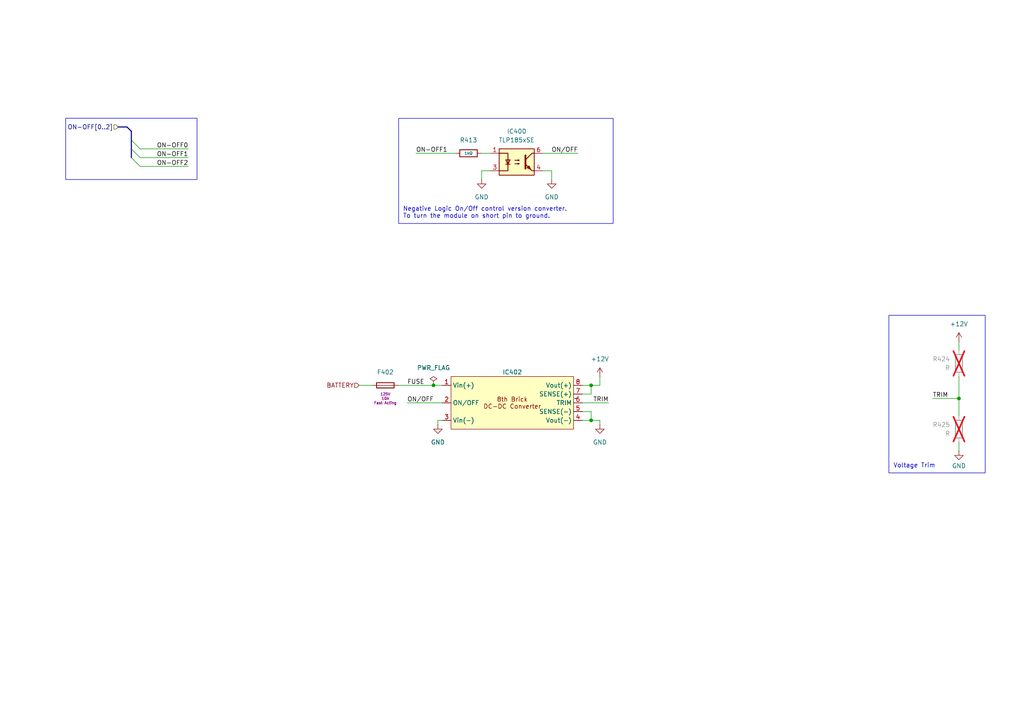
<source format=kicad_sch>
(kicad_sch (version 20250114) (generator "eeschema") (generator_version "9.0")
  (paper "A4")
  (lib_symbols
    (symbol "Brick_Converters:8th_Brick"
      (property "Reference" "IC" (at -17.78 8.89 0))
      (symbol "8th_Brick_0_0"
        (pin power_in line (at -20.32 5.08 0) (length 2.54) (name "Vin(+)") (number "1"))
        (pin input line (at -20.32 0 0) (length 2.54) (name "ON/OFF") (number "2"))
        (pin power_in line (at -20.32 -5.08 0) (length 2.54) (name "Vin(-)") (number "3"))
        (pin power_in line (at 20.32 5.08 180) (length 2.54) (name "Vout(+)") (number "8"))
        (pin input line (at 20.32 2.54 180) (length 2.54) (name "SENSE(+)") (number "7"))
        (pin input line (at 20.32 -2.54 180) (length 2.54) (name "SENSE(-)") (number "5"))
        (pin power_in line (at 20.32 -5.08 180) (length 2.54) (name "Vout(-)") (number "4"))
      )
      (symbol "8th_Brick_1_0"
        (pin input line (at 20.32 0 180) (length 2.54) (name "TRIM") (number "6"))
      )
      (symbol "8th_Brick_1_1"
        (rectangle (start -17.78 7.62) (end 17.78 -7.62) (fill (type background)))
        (text "8th Brick\nDC-DC Converter" (at 0 0 0) (effects (font (size 1.27 1.27))))
      )
    )
    (symbol "Device:R" (pin_numbers (hide yes)) (pin_names (offset 0))
      (property "Reference" "R" (at 2.032 0 90))
      (property "Value" "R" (at 0 0 90))
      (symbol "R_0_1"
        (rectangle (start -1.016 -2.54) (end 1.016 2.54) (stroke (width 0.254)))
      )
      (symbol "R_1_1"
        (pin passive line (at 0 3.81 270) (length 1.27) (name "~") (number "1"))
        (pin passive line (at 0 -3.81 90) (length 1.27) (name "~") (number "2"))
      )
    )
    (symbol "FuseCustom:JFC2410FS-2100FS"
      (property "Reference" "F" (at -2.54 0 90))
      (property "Current Trigger" "10A" (at 3.81 0 90))
      (property "Voltage Rating" "125V" (at 2.54 0 90))
      (property "Time Sensitivity" "Fast Acting" (at 5.08 0 90))
      (symbol "JFC2410FS-2100FS_0_1"
        (rectangle (start -0.762 2.54) (end 0.762 -2.54) (stroke (width 0.254)))
        (polyline (pts (xy 0 2.54) (xy 0 -2.54)))
      )
      (symbol "JFC2410FS-2100FS_1_1"
        (pin passive line (at 0 3.81 270) (length 1.27) (name "~") (number "1"))
        (pin passive line (at 0 -3.81 90) (length 1.27) (name "~") (number "2"))
      )
    )
    (symbol "Isolator:TLP185xSE"
      (property "Reference" "U" (at -5.08 5.08 0))
      (property "Value" "TLP185xSE" (at -5.08 -5.08 0))
      (symbol "TLP185xSE_0_1"
        (rectangle (start -5.08 3.81) (end 5.08 -3.81) (stroke (width 0.254)) (fill (type background)))
        (polyline (pts (xy -5.08 -2.54) (xy -2.54 -2.54) (xy -2.54 2.54) (xy -5.08 2.54)) (stroke (width 0.254)))
        (polyline (pts (xy -3.175 -0.635) (xy -1.905 -0.635)) (stroke (width 0.254)))
        (polyline (pts (xy -2.54 -0.635) (xy -3.175 0.635) (xy -1.905 0.635) (xy -2.54 -0.635)) (stroke (width 0.254)))
        (polyline (pts (xy -0.508 0.508) (xy 0.762 0.508) (xy 0.381 0.381) (xy 0.381 0.635) (xy 0.762 0.508)) (stroke (width 0.254)))
        (polyline (pts (xy -0.508 -0.508) (xy 0.762 -0.508) (xy 0.381 -0.635) (xy 0.381 -0.381) (xy 0.762 -0.508)) (stroke (width 0.254)))
        (polyline (pts (xy 2.54 1.905) (xy 2.54 -1.905)) (stroke (width 0.508)))
        (polyline (pts (xy 3.048 -1.651) (xy 3.556 -1.143) (xy 4.064 -2.159) (xy 3.048 -1.651)) (stroke (width 0.254)) (fill (type outline)))
        (polyline (pts (xy 5.08 2.54) (xy 4.445 2.54) (xy 2.54 0.635)) (stroke (width 0.254)))
        (polyline (pts (xy 5.08 -2.54) (xy 4.445 -2.54) (xy 2.54 -0.635)) (stroke (width 0.254)))
      )
      (symbol "TLP185xSE_1_1"
        (pin passive line (at -7.62 2.54 0) (length 2.54) (name "~") (number "1"))
        (pin passive line (at -7.62 -2.54 0) (length 2.54) (name "~") (number "3"))
        (pin passive line (at 7.62 2.54 180) (length 2.54) (name "~") (number "6"))
        (pin passive line (at 7.62 -2.54 180) (length 2.54) (name "~") (number "4"))
      )
    )
    (symbol "PCM_JLCPCB-Resistors:0402,1kΩ" (pin_numbers (hide yes)) (pin_names (offset 0))
      (property "Reference" "R" (at 1.778 0 0))
      (property "Value" "1kΩ" (at 0 0 90))
      (symbol "0402,1kΩ_0_1"
        (rectangle (start -1.016 2.54) (end 1.016 -2.54) (stroke (width 0.254)))
      )
      (symbol "0402,1kΩ_1_1"
        (pin passive line (at 0 3.81 270) (length 1.27) (name "~") (number "1"))
        (pin passive line (at 0 -3.81 90) (length 1.27) (name "~") (number "2"))
      )
    )
    (symbol "power:+12V" (power) (pin_numbers (hide yes)) (pin_names (offset 0) (hide yes))
      (property "Value" "+12V" (at 0 3.556 0))
      (symbol "+12V_0_1"
        (polyline (pts (xy -0.762 1.27) (xy 0 2.54)))
        (polyline (pts (xy 0 2.54) (xy 0.762 1.27)))
        (polyline (pts (xy 0 0) (xy 0 2.54)))
      )
      (symbol "+12V_1_1"
        (pin power_in line (at 0 0 90) (length 0) (name "~") (number "1"))
      )
    )
    (symbol "power:GND" (power) (pin_numbers (hide yes)) (pin_names (offset 0) (hide yes))
      (property "Value" "GND" (at 0 -3.81 0))
      (symbol "GND_0_1"
        (polyline (pts (xy 0 0) (xy 0 -1.27) (xy 1.27 -1.27) (xy 0 -2.54) (xy -1.27 -1.27) (xy 0 -1.27)))
      )
      (symbol "GND_1_1"
        (pin power_in line (at 0 0 270) (length 0) (name "~") (number "1"))
      )
    )
    (symbol "power:PWR_FLAG" (power) (pin_numbers (hide yes)) (pin_names (offset 0) (hide yes))
      (property "Value" "PWR_FLAG" (at 0 3.81 0))
      (symbol "PWR_FLAG_0_0"
        (pin power_out line (at 0 0 90) (length 0) (name "~") (number "1"))
      )
      (symbol "PWR_FLAG_0_1"
        (polyline (pts (xy 0 0) (xy 0 1.27) (xy -1.016 1.905) (xy 0 2.54) (xy 1.016 1.905) (xy 0 1.27)))
      )
    )
  )
  (rectangle (start 257.81 91.44) (end 285.75 137.16))
  (rectangle (start 115.617 34.337) (end 177.847 64.817))
  (rectangle (start 19.05 34.29) (end 57.15 52.07))
  (text "Voltage Trim" (at 259.08 135.89 0) (effects (font (size 1.27 1.27)) (justify left bottom)))
  (text "Negative Logic On/Off control version converter.\nTo turn the module on short pin to ground." (at 116.84 63.5 0) (effects (font (size 1.27 1.27)) (justify left bottom)))
  (junction (at 278.13 115.57))
  (junction (at 125.73 111.76))
  (junction (at 171.45 111.76))
  (junction (at 171.45 121.92))
  (bus_entry (at 38.1 43.18) (size 2.54 2.54))
  (bus_entry (at 38.1 40.64) (size 2.54 2.54))
  (bus_entry (at 38.1 45.72) (size 2.54 2.54))
  (bus (pts (xy 38.1 40.64) (xy 38.1 43.18)))
  (wire (pts (xy 142.24 49.53) (xy 139.7 49.53)))
  (wire (pts (xy 173.99 111.76) (xy 173.99 109.22)))
  (wire (pts (xy 139.7 49.53) (xy 139.7 52.07)))
  (wire (pts (xy 40.64 45.72) (xy 54.61 45.72)))
  (wire (pts (xy 160.02 49.53) (xy 160.02 52.07)))
  (bus (pts (xy 38.1 43.18) (xy 38.1 45.72)))
  (wire (pts (xy 278.13 115.57) (xy 278.13 120.65)))
  (wire (pts (xy 167.64 44.45) (xy 157.48 44.45)))
  (wire (pts (xy 171.45 114.3) (xy 171.45 111.76)))
  (bus (pts (xy 34.29 36.83) (xy 36.83 36.83)))
  (wire (pts (xy 127 123.19) (xy 127 121.92)))
  (wire (pts (xy 278.13 128.27) (xy 278.13 130.81)))
  (bus (pts (xy 38.1 38.1) (xy 38.1 40.64)))
  (wire (pts (xy 104.14 111.76) (xy 107.95 111.76)))
  (wire (pts (xy 278.13 109.22) (xy 278.13 115.57)))
  (wire (pts (xy 40.64 43.18) (xy 54.61 43.18)))
  (wire (pts (xy 40.64 48.26) (xy 54.61 48.26)))
  (wire (pts (xy 127 121.92) (xy 128.27 121.92)))
  (wire (pts (xy 171.45 121.92) (xy 173.99 121.92)))
  (wire (pts (xy 120.65 44.45) (xy 132.08 44.45)))
  (wire (pts (xy 171.45 119.38) (xy 171.45 121.92)))
  (wire (pts (xy 278.13 101.6) (xy 278.13 99.06)))
  (wire (pts (xy 115.57 111.76) (xy 125.73 111.76)))
  (wire (pts (xy 157.48 49.53) (xy 160.02 49.53)))
  (wire (pts (xy 168.91 111.76) (xy 171.45 111.76)))
  (wire (pts (xy 168.91 114.3) (xy 171.45 114.3)))
  (wire (pts (xy 171.45 111.76) (xy 173.99 111.76)))
  (wire (pts (xy 176.53 116.84) (xy 168.91 116.84)))
  (bus (pts (xy 36.83 36.83) (xy 38.1 38.1)))
  (wire (pts (xy 139.7 44.45) (xy 142.24 44.45)))
  (wire (pts (xy 173.99 121.92) (xy 173.99 123.19)))
  (wire (pts (xy 125.73 111.76) (xy 128.27 111.76)))
  (wire (pts (xy 168.91 121.92) (xy 171.45 121.92)))
  (wire (pts (xy 168.91 119.38) (xy 171.45 119.38)))
  (wire (pts (xy 118.11 116.84) (xy 128.27 116.84)))
  (wire (pts (xy 270.51 115.57) (xy 278.13 115.57)))
  (label "ON-OFF2" (at 54.61 48.26 180))
  (label "ON-OFF0" (at 54.61 43.18 180))
  (label "ON/OFF" (at 118.11 116.84 0))
  (label "FUSE" (at 118.11 111.76 0))
  (label "TRIM" (at 176.53 116.84 180))
  (label "TRIM" (at 270.51 115.57 0))
  (label "ON-OFF1" (at 54.61 45.72 180))
  (label "ON/OFF" (at 167.64 44.45 180))
  (label "ON-OFF1" (at 120.65 44.45 0))
  (hierarchical_label "BATTERY" (shape input) (at 104.14 111.76 180))
  (hierarchical_label "ON-OFF[0..2]" (shape input) (at 34.29 36.83 180))
  (symbol (lib_id "Device:R") (at 278.13 124.46 0) (mirror x) (unit 1) (dnp yes)
    (property "Reference" "R425" (at 275.59 123.1899 0) (effects (justify right)))
    (property "Value" "R" (at 275.59 125.7299 0) (effects (justify right)))
    (property "Footprint" "PCM_JLCPCB:R_0402" (effects (hide yes)))
    (property "Description" "Resistor" (effects (hide yes)))
  )
  (symbol (lib_id "power:+12V") (at 278.13 99.06 0) (unit 1)
    (property "Reference" "#PWR0468" (effects (hide yes)))
    (property "Value" "+12V" (at 278.13 93.98 0))
    (property "Description" "Power symbol creates a global label with name \"+12V\"" (effects (hide yes)))
  )
  (symbol (lib_id "power:GND") (at 127 123.19 0) (unit 1)
    (property "Reference" "#PWR0440" (effects (hide yes)))
    (property "Value" "GND" (at 127 128.27 0))
    (property "Description" "Power symbol creates a global label with name \"GND\" , ground" (effects (hide yes)))
  )
  (symbol (lib_id "Isolator:TLP185xSE") (at 149.86 46.99 0) (unit 1)
    (property "Reference" "IC400" (at 149.86 38.1 0))
    (property "Value" "TLP185xSE" (at 149.86 40.64 0))
    (property "Footprint" "Package_SO:SOIC-4_4.55x3.7mm_P2.54mm" (effects (hide yes)))
    (property "Datasheet" "https://toshiba.semicon-storage.com/info/docget.jsp?did=14111&prodName=TLP185(SE" (effects (hide yes)))
    (property "Description" "DC Optocoupler, Vce 80V, CTR 50-100%, SOIC-4-6 (MFSOP-4-6)" (effects (hide yes)))
  )
  (symbol (lib_id "FuseCustom:JFC2410FS-2100FS") (at 111.76 111.76 270) (unit 1)
    (property "Reference" "F402" (at 111.76 107.95 90))
    (property "Value" "10A" (effects (hide yes)))
    (property "Footprint" "FuseCustom:Fuse_2410_6125" (effects (hide yes)))
    (property "Datasheet" "https://jlcpcb.com/api/file/downloadByFileSystemAccessId/8588899540782604288" (effects (hide yes)))
    (property "Description" "-55℃~+125℃ 10A 125V 125V 50A Surface Mount Fuse 2410 Disposable fuses ROHS" (effects (hide yes)))
    (property "Manufacturer" "Shenzhen JDT Fuse" (effects (hide yes)))
    (property "Name" "JFC2410FS-2100FS" (effects (hide yes)))
    (property "Package" "2410" (effects (hide yes)))
    (property "Current Trigger" "10A" (at 111.76 115.57 90) (effects (font (size 0.762 0.762))))
    (property "Voltage Rating" "125V" (at 111.76 114.3 90) (effects (font (size 0.762 0.762))))
    (property "Time Sensitivity" "Fast Acting" (at 111.76 116.84 90) (effects (font (size 0.762 0.762))))
    (property "Assembly Type" "SMT Assembly" (effects (hide yes)))
    (property "LCSC" "C136374" (effects (hide yes)))
  )
  (symbol (lib_id "Device:R") (at 278.13 105.41 0) (unit 1) (dnp yes)
    (property "Reference" "R424" (at 275.59 104.1399 0) (effects (justify right)))
    (property "Value" "R" (at 275.59 106.6799 0) (effects (justify right)))
    (property "Footprint" "PCM_JLCPCB:R_0402" (effects (hide yes)))
    (property "Description" "Resistor" (effects (hide yes)))
  )
  (symbol (lib_id "PCM_JLCPCB-Resistors:0402,1kΩ") (at 135.89 44.45 270) (unit 1)
    (property "Reference" "R413" (at 135.89 40.64 90))
    (property "Value" "1kΩ" (at 135.89 44.45 90) (effects (font (size 0.8 0.8))))
    (property "Footprint" "PCM_JLCPCB:R_0402" (effects (hide yes)))
    (property "Datasheet" "https://www.lcsc.com/datasheet/lcsc_datasheet_2206010216_UNI-ROYAL-Uniroyal-Elec-0402WGF1001TCE_C11702.pdf" (effects (hide yes)))
    (property "Description" "62.5mW Thick Film Resistors 50V ±100ppm/°C ±1% 1kΩ 0402 Chip Resistor - Surface Mount ROHS" (effects (hide yes)))
    (property "LCSC" "C11702" (effects (hide yes)))
    (property "Stock" "13226393" (effects (hide yes)))
    (property "Price" "0.004USD" (effects (hide yes)))
    (property "Process" "SMT" (effects (hide yes)))
    (property "Minimum Qty" "20" (effects (hide yes)))
    (property "Attrition Qty" "10" (effects (hide yes)))
    (property "Class" "Basic Component" (effects (hide yes)))
    (property "Category" "Resistors,Chip Resistor - Surface Mount" (effects (hide yes)))
    (property "Manufacturer" "UNI-ROYAL(Uniroyal Elec)" (effects (hide yes)))
    (property "Part" "0402WGF1001TCE" (effects (hide yes)))
    (property "Resistance" "1kΩ" (effects (hide yes)))
    (property "Power(Watts)" "62.5mW" (effects (hide yes)))
    (property "Type" "Thick Film Resistors" (effects (hide yes)))
    (property "Overload Voltage (Max)" "50V" (effects (hide yes)))
    (property "Operating Temperature Range" "-55°C~+155°C" (effects (hide yes)))
    (property "Tolerance" "±1%" (effects (hide yes)))
    (property "Temperature Coefficient" "±100ppm/°C" (effects (hide yes)))
  )
  (symbol (lib_id "power:+12V") (at 173.99 109.22 0) (unit 1)
    (property "Reference" "#PWR0448" (effects (hide yes)))
    (property "Value" "+12V" (at 173.99 104.14 0))
    (property "Description" "Power symbol creates a global label with name \"+12V\"" (effects (hide yes)))
  )
  (symbol (lib_id "power:GND") (at 139.7 52.07 0) (unit 1)
    (property "Reference" "#PWR0442" (effects (hide yes)))
    (property "Value" "GND" (at 139.7 57.15 0))
    (property "Description" "Power symbol creates a global label with name \"GND\" , ground" (effects (hide yes)))
  )
  (symbol (lib_id "power:GND") (at 173.99 123.19 0) (unit 1)
    (property "Reference" "#PWR0441" (effects (hide yes)))
    (property "Value" "GND" (at 173.99 128.27 0))
    (property "Description" "Power symbol creates a global label with name \"GND\" , ground" (effects (hide yes)))
  )
  (symbol (lib_id "Brick_Converters:8th_Brick") (at 148.59 116.84 0) (unit 1)
    (property "Reference" "IC402" (at 148.59 107.95 0))
    (property "Value" "~" (at 167.005 115.57 0))
    (property "Footprint" "Brick_Converter:8th DC-DC converter" (effects (hide yes)))
    (property "Datasheet" "https://www.digikey.pl/pl/products/detail/E48SP12020NRFA/941-1053-ND/2501325" (effects (hide yes)))
    (property "Description" "Eight-Brick DC-DC Converter" (effects (hide yes)))
  )
  (symbol (lib_id "power:GND") (at 160.02 52.07 0) (mirror y) (unit 1)
    (property "Reference" "#PWR0443" (effects (hide yes)))
    (property "Value" "GND" (at 160.02 57.15 0))
    (property "Description" "Power symbol creates a global label with name \"GND\" , ground" (effects (hide yes)))
  )
  (symbol (lib_id "power:GND") (at 278.13 130.81 0) (mirror y) (unit 1)
    (property "Reference" "#PWR0459" (effects (hide yes)))
    (property "Value" "GND" (at 278.13 135.128 0))
    (property "Description" "Power symbol creates a global label with name \"GND\" , ground" (effects (hide yes)))
  )
  (symbol (lib_id "power:PWR_FLAG") (at 125.73 111.76 0) (unit 1)
    (property "Reference" "#FLG0401" (effects (hide yes)))
    (property "Value" "PWR_FLAG" (at 125.73 106.68 0))
    (property "Description" "Special symbol for telling ERC where power comes from" (effects (hide yes)))
  )
)
</source>
